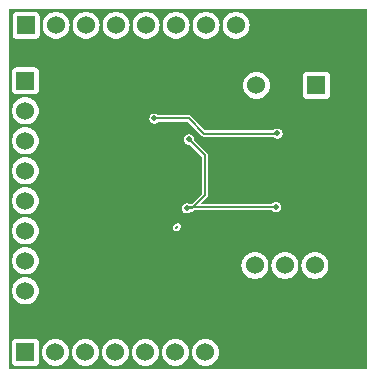
<source format=gbr>
G04 start of page 3 for group 1 idx 1 *
G04 Title: nRF51x22 Breakout, ground *
G04 Creator: pcb 1.99z *
G04 CreationDate: Mon 01 Apr 2013 04:47:08 PM GMT UTC *
G04 For: nock *
G04 Format: Gerber/RS-274X *
G04 PCB-Dimensions (mil): 1500.00 1200.00 *
G04 PCB-Coordinate-Origin: lower left *
%MOIN*%
%FSLAX25Y25*%
%LNBOTTOM*%
%ADD29C,0.0280*%
%ADD28C,0.0380*%
%ADD27C,0.0130*%
%ADD26C,0.0350*%
%ADD25C,0.0200*%
%ADD24C,0.0600*%
%ADD23C,0.0080*%
%ADD22C,0.0001*%
G54D22*G36*
X101993Y120000D02*X119500D01*
Y0D01*
X101993D01*
Y29987D01*
X102000Y29986D01*
X102706Y30042D01*
X103395Y30207D01*
X104049Y30478D01*
X104653Y30848D01*
X105192Y31308D01*
X105652Y31847D01*
X106022Y32451D01*
X106293Y33105D01*
X106458Y33794D01*
X106500Y34500D01*
X106458Y35206D01*
X106293Y35895D01*
X106022Y36549D01*
X105652Y37153D01*
X105192Y37692D01*
X104653Y38152D01*
X104049Y38522D01*
X103395Y38793D01*
X102706Y38958D01*
X102000Y39014D01*
X101993Y39013D01*
Y90006D01*
X105735Y90014D01*
X105965Y90069D01*
X106183Y90159D01*
X106384Y90283D01*
X106564Y90436D01*
X106717Y90616D01*
X106841Y90817D01*
X106931Y91035D01*
X106986Y91265D01*
X107000Y91500D01*
X106986Y97735D01*
X106931Y97965D01*
X106841Y98183D01*
X106717Y98384D01*
X106564Y98564D01*
X106384Y98717D01*
X106183Y98841D01*
X105965Y98931D01*
X105735Y98986D01*
X105500Y99000D01*
X101993Y98992D01*
Y120000D01*
G37*
G36*
X91993D02*X101993D01*
Y98992D01*
X99265Y98986D01*
X99035Y98931D01*
X98817Y98841D01*
X98616Y98717D01*
X98436Y98564D01*
X98283Y98384D01*
X98159Y98183D01*
X98069Y97965D01*
X98014Y97735D01*
X98000Y97500D01*
X98014Y91265D01*
X98069Y91035D01*
X98159Y90817D01*
X98283Y90616D01*
X98436Y90436D01*
X98616Y90283D01*
X98817Y90159D01*
X99035Y90069D01*
X99265Y90014D01*
X99500Y90000D01*
X101993Y90006D01*
Y39013D01*
X101294Y38958D01*
X100605Y38793D01*
X99951Y38522D01*
X99347Y38152D01*
X98808Y37692D01*
X98348Y37153D01*
X97978Y36549D01*
X97707Y35895D01*
X97542Y35206D01*
X97486Y34500D01*
X97542Y33794D01*
X97707Y33105D01*
X97978Y32451D01*
X98348Y31847D01*
X98808Y31308D01*
X99347Y30848D01*
X99951Y30478D01*
X100605Y30207D01*
X101294Y30042D01*
X101993Y29987D01*
Y0D01*
X91993D01*
Y29987D01*
X92000Y29986D01*
X92706Y30042D01*
X93395Y30207D01*
X94049Y30478D01*
X94653Y30848D01*
X95192Y31308D01*
X95652Y31847D01*
X96022Y32451D01*
X96293Y33105D01*
X96458Y33794D01*
X96500Y34500D01*
X96458Y35206D01*
X96293Y35895D01*
X96022Y36549D01*
X95652Y37153D01*
X95192Y37692D01*
X94653Y38152D01*
X94049Y38522D01*
X93395Y38793D01*
X92706Y38958D01*
X92000Y39014D01*
X91993Y39013D01*
Y120000D01*
G37*
G36*
X81993D02*X91993D01*
Y39013D01*
X91294Y38958D01*
X90605Y38793D01*
X89951Y38522D01*
X89347Y38152D01*
X88808Y37692D01*
X88348Y37153D01*
X87978Y36549D01*
X87707Y35895D01*
X87542Y35206D01*
X87486Y34500D01*
X87542Y33794D01*
X87707Y33105D01*
X87978Y32451D01*
X88348Y31847D01*
X88808Y31308D01*
X89347Y30848D01*
X89951Y30478D01*
X90605Y30207D01*
X91294Y30042D01*
X91993Y29987D01*
Y0D01*
X81993D01*
Y29987D01*
X82000Y29986D01*
X82706Y30042D01*
X83395Y30207D01*
X84049Y30478D01*
X84653Y30848D01*
X85192Y31308D01*
X85652Y31847D01*
X86022Y32451D01*
X86293Y33105D01*
X86458Y33794D01*
X86500Y34500D01*
X86458Y35206D01*
X86293Y35895D01*
X86022Y36549D01*
X85652Y37153D01*
X85192Y37692D01*
X84653Y38152D01*
X84049Y38522D01*
X83395Y38793D01*
X82706Y38958D01*
X82000Y39014D01*
X81993Y39013D01*
Y52900D01*
X87704D01*
X87794Y52794D01*
X87998Y52620D01*
X88226Y52481D01*
X88473Y52378D01*
X88733Y52316D01*
X89000Y52295D01*
X89267Y52316D01*
X89527Y52378D01*
X89774Y52481D01*
X90002Y52620D01*
X90206Y52794D01*
X90380Y52998D01*
X90519Y53226D01*
X90622Y53473D01*
X90684Y53733D01*
X90700Y54000D01*
X90684Y54267D01*
X90622Y54527D01*
X90519Y54774D01*
X90380Y55002D01*
X90206Y55206D01*
X90002Y55380D01*
X89774Y55519D01*
X89527Y55622D01*
X89267Y55684D01*
X89000Y55705D01*
X88733Y55684D01*
X88473Y55622D01*
X88226Y55519D01*
X87998Y55380D01*
X87794Y55206D01*
X87704Y55100D01*
X81993D01*
Y77392D01*
X88211D01*
X88294Y77294D01*
X88498Y77120D01*
X88726Y76981D01*
X88973Y76878D01*
X89233Y76816D01*
X89500Y76795D01*
X89767Y76816D01*
X90027Y76878D01*
X90274Y76981D01*
X90502Y77120D01*
X90706Y77294D01*
X90880Y77498D01*
X91019Y77726D01*
X91122Y77973D01*
X91184Y78233D01*
X91200Y78500D01*
X91184Y78767D01*
X91122Y79027D01*
X91019Y79274D01*
X90880Y79502D01*
X90706Y79706D01*
X90502Y79880D01*
X90274Y80019D01*
X90027Y80122D01*
X89767Y80184D01*
X89500Y80205D01*
X89233Y80184D01*
X88973Y80122D01*
X88726Y80019D01*
X88498Y79880D01*
X88294Y79706D01*
X88197Y79592D01*
X81993D01*
Y90026D01*
X82500Y89986D01*
X83206Y90042D01*
X83895Y90207D01*
X84549Y90478D01*
X85153Y90848D01*
X85692Y91308D01*
X86152Y91847D01*
X86522Y92451D01*
X86793Y93105D01*
X86958Y93794D01*
X87000Y94500D01*
X86958Y95206D01*
X86793Y95895D01*
X86522Y96549D01*
X86152Y97153D01*
X85692Y97692D01*
X85153Y98152D01*
X84549Y98522D01*
X83895Y98793D01*
X83206Y98958D01*
X82500Y99014D01*
X81993Y98974D01*
Y120000D01*
G37*
G36*
Y55100D02*X74119D01*
Y77392D01*
X81993D01*
Y55100D01*
G37*
G36*
Y0D02*X74119D01*
Y52900D01*
X81993D01*
Y39013D01*
X81294Y38958D01*
X80605Y38793D01*
X79951Y38522D01*
X79347Y38152D01*
X78808Y37692D01*
X78348Y37153D01*
X77978Y36549D01*
X77707Y35895D01*
X77542Y35206D01*
X77486Y34500D01*
X77542Y33794D01*
X77707Y33105D01*
X77978Y32451D01*
X78348Y31847D01*
X78808Y31308D01*
X79347Y30848D01*
X79951Y30478D01*
X80605Y30207D01*
X81294Y30042D01*
X81993Y29987D01*
Y0D01*
G37*
G36*
X74119Y120000D02*X81993D01*
Y98974D01*
X81794Y98958D01*
X81105Y98793D01*
X80451Y98522D01*
X79847Y98152D01*
X79308Y97692D01*
X78848Y97153D01*
X78478Y96549D01*
X78207Y95895D01*
X78042Y95206D01*
X77986Y94500D01*
X78042Y93794D01*
X78207Y93105D01*
X78478Y92451D01*
X78848Y91847D01*
X79308Y91308D01*
X79847Y90848D01*
X80451Y90478D01*
X81105Y90207D01*
X81794Y90042D01*
X81993Y90026D01*
Y79592D01*
X74119D01*
Y110308D01*
X74302Y110232D01*
X74991Y110067D01*
X75697Y110011D01*
X76403Y110067D01*
X77092Y110232D01*
X77746Y110503D01*
X78350Y110873D01*
X78889Y111333D01*
X79349Y111872D01*
X79719Y112476D01*
X79990Y113130D01*
X80155Y113819D01*
X80197Y114525D01*
X80155Y115231D01*
X79990Y115920D01*
X79719Y116574D01*
X79349Y117178D01*
X78889Y117717D01*
X78350Y118177D01*
X77746Y118547D01*
X77092Y118818D01*
X76403Y118984D01*
X75697Y119039D01*
X74991Y118984D01*
X74302Y118818D01*
X74119Y118742D01*
Y120000D01*
G37*
G36*
X65493Y52900D02*X74119D01*
Y0D01*
X65493D01*
Y987D01*
X65500Y986D01*
X66206Y1042D01*
X66894Y1207D01*
X67549Y1478D01*
X68153Y1848D01*
X68691Y2308D01*
X69151Y2847D01*
X69522Y3451D01*
X69793Y4105D01*
X69958Y4794D01*
X70000Y5500D01*
X69958Y6206D01*
X69793Y6895D01*
X69522Y7549D01*
X69151Y8153D01*
X68691Y8692D01*
X68153Y9152D01*
X67549Y9522D01*
X66894Y9793D01*
X66206Y9958D01*
X65500Y10014D01*
X65493Y10013D01*
Y52900D01*
G37*
G36*
Y77392D02*X74119D01*
Y55100D01*
X65493D01*
Y56606D01*
X66078Y57192D01*
X66111Y57220D01*
X66223Y57351D01*
X66223Y57351D01*
X66314Y57499D01*
X66380Y57659D01*
X66421Y57827D01*
X66434Y58000D01*
X66431Y58043D01*
Y71126D01*
X66434Y71169D01*
X66421Y71342D01*
X66380Y71510D01*
X66333Y71623D01*
X66314Y71670D01*
X66279Y71726D01*
X66223Y71818D01*
X66111Y71950D01*
X66078Y71978D01*
X65493Y72563D01*
Y77392D01*
G37*
G36*
Y55100D02*X63986D01*
X65493Y56606D01*
Y55100D01*
G37*
G36*
X55493Y82400D02*X59544D01*
X64200Y77745D01*
X64228Y77712D01*
X64359Y77599D01*
X64507Y77509D01*
X64667Y77443D01*
X64835Y77402D01*
X64835D01*
X65008Y77389D01*
X65051Y77392D01*
X65493D01*
Y72563D01*
X61692Y76364D01*
X61700Y76500D01*
X61684Y76767D01*
X61622Y77027D01*
X61519Y77274D01*
X61380Y77502D01*
X61206Y77706D01*
X61002Y77880D01*
X60774Y78019D01*
X60527Y78122D01*
X60267Y78184D01*
X60000Y78205D01*
X59733Y78184D01*
X59473Y78122D01*
X59226Y78019D01*
X58998Y77880D01*
X58794Y77706D01*
X58620Y77502D01*
X58481Y77274D01*
X58378Y77027D01*
X58316Y76767D01*
X58295Y76500D01*
X58316Y76233D01*
X58378Y75973D01*
X58481Y75726D01*
X58620Y75498D01*
X58794Y75294D01*
X58998Y75120D01*
X59226Y74981D01*
X59473Y74878D01*
X59733Y74816D01*
X60000Y74795D01*
X60139Y74806D01*
X64231Y70714D01*
Y58456D01*
X60875Y55100D01*
X59908D01*
X59769Y55157D01*
X59509Y55220D01*
X59243Y55241D01*
X58976Y55220D01*
X58716Y55157D01*
X58468Y55055D01*
X58240Y54915D01*
X58037Y54741D01*
X57863Y54538D01*
X57723Y54310D01*
X57621Y54062D01*
X57558Y53802D01*
X57537Y53535D01*
X57558Y53269D01*
X57621Y53008D01*
X57723Y52761D01*
X57863Y52533D01*
X58037Y52330D01*
X58240Y52156D01*
X58468Y52016D01*
X58716Y51914D01*
X58976Y51851D01*
X59243Y51830D01*
X59509Y51851D01*
X59769Y51914D01*
X60017Y52016D01*
X60245Y52156D01*
X60448Y52330D01*
X60539Y52435D01*
X60823D01*
X60866Y52432D01*
X61039Y52446D01*
X61039Y52446D01*
X61207Y52486D01*
X61367Y52552D01*
X61515Y52643D01*
X61646Y52755D01*
X61674Y52788D01*
X61786Y52900D01*
X65493D01*
Y10013D01*
X64793Y9958D01*
X64105Y9793D01*
X63450Y9522D01*
X62846Y9152D01*
X62308Y8692D01*
X61848Y8153D01*
X61478Y7549D01*
X61207Y6895D01*
X61041Y6206D01*
X60986Y5500D01*
X61041Y4794D01*
X61207Y4105D01*
X61478Y3451D01*
X61848Y2847D01*
X62308Y2308D01*
X62846Y1848D01*
X63450Y1478D01*
X64105Y1207D01*
X64793Y1042D01*
X65493Y987D01*
Y0D01*
X55493D01*
Y987D01*
X55500Y986D01*
X56206Y1042D01*
X56895Y1207D01*
X57549Y1478D01*
X58153Y1848D01*
X58692Y2308D01*
X59152Y2847D01*
X59522Y3451D01*
X59793Y4105D01*
X59958Y4794D01*
X60000Y5500D01*
X59958Y6206D01*
X59793Y6895D01*
X59522Y7549D01*
X59152Y8153D01*
X58692Y8692D01*
X58153Y9152D01*
X57549Y9522D01*
X56895Y9793D01*
X56206Y9958D01*
X55500Y10014D01*
X55493Y10013D01*
Y45964D01*
X55570Y45946D01*
X55743Y45932D01*
X55915Y45946D01*
X56083Y45986D01*
X56243Y46052D01*
X56391Y46143D01*
X56520Y46258D01*
X56985Y46722D01*
X57100Y46851D01*
X57190Y46999D01*
X57256Y47159D01*
X57297Y47327D01*
X57310Y47500D01*
X57297Y47673D01*
X57256Y47841D01*
X57190Y48001D01*
X57100Y48149D01*
X56987Y48280D01*
X56856Y48393D01*
X56708Y48483D01*
X56548Y48549D01*
X56380Y48590D01*
X56207Y48603D01*
X56034Y48590D01*
X55866Y48549D01*
X55706Y48483D01*
X55559Y48393D01*
X55493Y48334D01*
Y82400D01*
G37*
G36*
X65690Y120000D02*X74119D01*
Y118742D01*
X73648Y118547D01*
X73044Y118177D01*
X72505Y117717D01*
X72045Y117178D01*
X71675Y116574D01*
X71404Y115920D01*
X71239Y115231D01*
X71183Y114525D01*
X71239Y113819D01*
X71404Y113130D01*
X71675Y112476D01*
X72045Y111872D01*
X72505Y111333D01*
X73044Y110873D01*
X73648Y110503D01*
X74119Y110308D01*
Y79592D01*
X65690D01*
Y110012D01*
X65697Y110011D01*
X66403Y110067D01*
X67092Y110232D01*
X67746Y110503D01*
X68350Y110873D01*
X68889Y111333D01*
X69349Y111872D01*
X69719Y112476D01*
X69990Y113130D01*
X70155Y113819D01*
X70197Y114525D01*
X70155Y115231D01*
X69990Y115920D01*
X69719Y116574D01*
X69349Y117178D01*
X68889Y117717D01*
X68350Y118177D01*
X67746Y118547D01*
X67092Y118818D01*
X66403Y118984D01*
X65697Y119039D01*
X65690Y119039D01*
Y120000D01*
G37*
G36*
X55493D02*X65690D01*
Y119039D01*
X64991Y118984D01*
X64302Y118818D01*
X63648Y118547D01*
X63044Y118177D01*
X62505Y117717D01*
X62045Y117178D01*
X61675Y116574D01*
X61404Y115920D01*
X61239Y115231D01*
X61183Y114525D01*
X61239Y113819D01*
X61404Y113130D01*
X61675Y112476D01*
X62045Y111872D01*
X62505Y111333D01*
X63044Y110873D01*
X63648Y110503D01*
X64302Y110232D01*
X64991Y110067D01*
X65690Y110012D01*
Y79592D01*
X65464D01*
X60808Y84247D01*
X60780Y84280D01*
X60649Y84393D01*
X60501Y84483D01*
X60341Y84549D01*
X60173Y84590D01*
X60172Y84590D01*
X60000Y84603D01*
X59957Y84600D01*
X55493D01*
Y110027D01*
X55697Y110011D01*
X56403Y110067D01*
X57092Y110232D01*
X57746Y110503D01*
X58350Y110873D01*
X58889Y111333D01*
X59349Y111872D01*
X59719Y112476D01*
X59990Y113130D01*
X60155Y113819D01*
X60197Y114525D01*
X60155Y115231D01*
X59990Y115920D01*
X59719Y116574D01*
X59349Y117178D01*
X58889Y117717D01*
X58350Y118177D01*
X57746Y118547D01*
X57092Y118818D01*
X56403Y118984D01*
X55697Y119039D01*
X55493Y119023D01*
Y120000D01*
G37*
G36*
X45493D02*X55493D01*
Y119023D01*
X54991Y118984D01*
X54302Y118818D01*
X53648Y118547D01*
X53044Y118177D01*
X52505Y117717D01*
X52045Y117178D01*
X51675Y116574D01*
X51404Y115920D01*
X51239Y115231D01*
X51183Y114525D01*
X51239Y113819D01*
X51404Y113130D01*
X51675Y112476D01*
X52045Y111872D01*
X52505Y111333D01*
X53044Y110873D01*
X53648Y110503D01*
X54302Y110232D01*
X54991Y110067D01*
X55493Y110027D01*
Y84600D01*
X49796D01*
X49706Y84706D01*
X49502Y84880D01*
X49274Y85019D01*
X49027Y85122D01*
X48767Y85184D01*
X48500Y85205D01*
X48233Y85184D01*
X47973Y85122D01*
X47726Y85019D01*
X47498Y84880D01*
X47294Y84706D01*
X47120Y84502D01*
X46981Y84274D01*
X46878Y84027D01*
X46816Y83767D01*
X46795Y83500D01*
X46816Y83233D01*
X46878Y82973D01*
X46981Y82726D01*
X47120Y82498D01*
X47294Y82294D01*
X47498Y82120D01*
X47726Y81981D01*
X47973Y81878D01*
X48233Y81816D01*
X48500Y81795D01*
X48767Y81816D01*
X49027Y81878D01*
X49274Y81981D01*
X49502Y82120D01*
X49706Y82294D01*
X49796Y82400D01*
X55493D01*
Y48334D01*
X55429Y48278D01*
X54965Y47813D01*
X54850Y47684D01*
X54759Y47536D01*
X54693Y47376D01*
X54653Y47208D01*
X54639Y47035D01*
X54653Y46863D01*
X54693Y46694D01*
X54759Y46535D01*
X54850Y46387D01*
X54962Y46255D01*
X55094Y46143D01*
X55242Y46052D01*
X55402Y45986D01*
X55493Y45964D01*
Y10013D01*
X54794Y9958D01*
X54105Y9793D01*
X53451Y9522D01*
X52847Y9152D01*
X52308Y8692D01*
X51848Y8153D01*
X51478Y7549D01*
X51207Y6895D01*
X51042Y6206D01*
X50986Y5500D01*
X51042Y4794D01*
X51207Y4105D01*
X51478Y3451D01*
X51848Y2847D01*
X52308Y2308D01*
X52847Y1848D01*
X53451Y1478D01*
X54105Y1207D01*
X54794Y1042D01*
X55493Y987D01*
Y0D01*
X45493D01*
Y987D01*
X45500Y986D01*
X46206Y1042D01*
X46894Y1207D01*
X47549Y1478D01*
X48153Y1848D01*
X48691Y2308D01*
X49151Y2847D01*
X49522Y3451D01*
X49793Y4105D01*
X49958Y4794D01*
X50000Y5500D01*
X49958Y6206D01*
X49793Y6895D01*
X49522Y7549D01*
X49151Y8153D01*
X48691Y8692D01*
X48153Y9152D01*
X47549Y9522D01*
X46894Y9793D01*
X46206Y9958D01*
X45500Y10014D01*
X45493Y10013D01*
Y110027D01*
X45697Y110011D01*
X46403Y110067D01*
X47092Y110232D01*
X47746Y110503D01*
X48350Y110873D01*
X48889Y111333D01*
X49349Y111872D01*
X49719Y112476D01*
X49990Y113130D01*
X50155Y113819D01*
X50197Y114525D01*
X50155Y115231D01*
X49990Y115920D01*
X49719Y116574D01*
X49349Y117178D01*
X48889Y117717D01*
X48350Y118177D01*
X47746Y118547D01*
X47092Y118818D01*
X46403Y118984D01*
X45697Y119039D01*
X45493Y119023D01*
Y120000D01*
G37*
G36*
X35493D02*X45493D01*
Y119023D01*
X44991Y118984D01*
X44302Y118818D01*
X43648Y118547D01*
X43044Y118177D01*
X42505Y117717D01*
X42045Y117178D01*
X41675Y116574D01*
X41404Y115920D01*
X41239Y115231D01*
X41183Y114525D01*
X41239Y113819D01*
X41404Y113130D01*
X41675Y112476D01*
X42045Y111872D01*
X42505Y111333D01*
X43044Y110873D01*
X43648Y110503D01*
X44302Y110232D01*
X44991Y110067D01*
X45493Y110027D01*
Y10013D01*
X44793Y9958D01*
X44105Y9793D01*
X43450Y9522D01*
X42846Y9152D01*
X42308Y8692D01*
X41848Y8153D01*
X41478Y7549D01*
X41207Y6895D01*
X41041Y6206D01*
X40986Y5500D01*
X41041Y4794D01*
X41207Y4105D01*
X41478Y3451D01*
X41848Y2847D01*
X42308Y2308D01*
X42846Y1848D01*
X43450Y1478D01*
X44105Y1207D01*
X44793Y1042D01*
X45493Y987D01*
Y0D01*
X35493D01*
Y987D01*
X35500Y986D01*
X36206Y1042D01*
X36895Y1207D01*
X37549Y1478D01*
X38153Y1848D01*
X38692Y2308D01*
X39152Y2847D01*
X39522Y3451D01*
X39793Y4105D01*
X39958Y4794D01*
X40000Y5500D01*
X39958Y6206D01*
X39793Y6895D01*
X39522Y7549D01*
X39152Y8153D01*
X38692Y8692D01*
X38153Y9152D01*
X37549Y9522D01*
X36895Y9793D01*
X36206Y9958D01*
X35500Y10014D01*
X35493Y10013D01*
Y110027D01*
X35697Y110011D01*
X36403Y110067D01*
X37092Y110232D01*
X37746Y110503D01*
X38350Y110873D01*
X38889Y111333D01*
X39349Y111872D01*
X39719Y112476D01*
X39990Y113130D01*
X40155Y113819D01*
X40197Y114525D01*
X40155Y115231D01*
X39990Y115920D01*
X39719Y116574D01*
X39349Y117178D01*
X38889Y117717D01*
X38350Y118177D01*
X37746Y118547D01*
X37092Y118818D01*
X36403Y118984D01*
X35697Y119039D01*
X35493Y119023D01*
Y120000D01*
G37*
G36*
X25493D02*X35493D01*
Y119023D01*
X34991Y118984D01*
X34302Y118818D01*
X33648Y118547D01*
X33044Y118177D01*
X32505Y117717D01*
X32045Y117178D01*
X31675Y116574D01*
X31404Y115920D01*
X31239Y115231D01*
X31183Y114525D01*
X31239Y113819D01*
X31404Y113130D01*
X31675Y112476D01*
X32045Y111872D01*
X32505Y111333D01*
X33044Y110873D01*
X33648Y110503D01*
X34302Y110232D01*
X34991Y110067D01*
X35493Y110027D01*
Y10013D01*
X34794Y9958D01*
X34105Y9793D01*
X33451Y9522D01*
X32847Y9152D01*
X32308Y8692D01*
X31848Y8153D01*
X31478Y7549D01*
X31207Y6895D01*
X31042Y6206D01*
X30986Y5500D01*
X31042Y4794D01*
X31207Y4105D01*
X31478Y3451D01*
X31848Y2847D01*
X32308Y2308D01*
X32847Y1848D01*
X33451Y1478D01*
X34105Y1207D01*
X34794Y1042D01*
X35493Y987D01*
Y0D01*
X25493D01*
Y987D01*
X25500Y986D01*
X26206Y1042D01*
X26894Y1207D01*
X27549Y1478D01*
X28153Y1848D01*
X28691Y2308D01*
X29151Y2847D01*
X29522Y3451D01*
X29793Y4105D01*
X29958Y4794D01*
X30000Y5500D01*
X29958Y6206D01*
X29793Y6895D01*
X29522Y7549D01*
X29151Y8153D01*
X28691Y8692D01*
X28153Y9152D01*
X27549Y9522D01*
X26894Y9793D01*
X26206Y9958D01*
X25500Y10014D01*
X25493Y10013D01*
Y110027D01*
X25697Y110011D01*
X26403Y110067D01*
X27092Y110232D01*
X27746Y110503D01*
X28350Y110873D01*
X28889Y111333D01*
X29349Y111872D01*
X29719Y112476D01*
X29990Y113130D01*
X30155Y113819D01*
X30197Y114525D01*
X30155Y115231D01*
X29990Y115920D01*
X29719Y116574D01*
X29349Y117178D01*
X28889Y117717D01*
X28350Y118177D01*
X27746Y118547D01*
X27092Y118818D01*
X26403Y118984D01*
X25697Y119039D01*
X25493Y119023D01*
Y120000D01*
G37*
G36*
X15493D02*X25493D01*
Y119023D01*
X24991Y118984D01*
X24302Y118818D01*
X23648Y118547D01*
X23044Y118177D01*
X22505Y117717D01*
X22045Y117178D01*
X21675Y116574D01*
X21404Y115920D01*
X21239Y115231D01*
X21183Y114525D01*
X21239Y113819D01*
X21404Y113130D01*
X21675Y112476D01*
X22045Y111872D01*
X22505Y111333D01*
X23044Y110873D01*
X23648Y110503D01*
X24302Y110232D01*
X24991Y110067D01*
X25493Y110027D01*
Y10013D01*
X24793Y9958D01*
X24105Y9793D01*
X23450Y9522D01*
X22846Y9152D01*
X22308Y8692D01*
X21848Y8153D01*
X21478Y7549D01*
X21207Y6895D01*
X21041Y6206D01*
X20986Y5500D01*
X21041Y4794D01*
X21207Y4105D01*
X21478Y3451D01*
X21848Y2847D01*
X22308Y2308D01*
X22846Y1848D01*
X23450Y1478D01*
X24105Y1207D01*
X24793Y1042D01*
X25493Y987D01*
Y0D01*
X15493D01*
Y987D01*
X15500Y986D01*
X16206Y1042D01*
X16895Y1207D01*
X17549Y1478D01*
X18153Y1848D01*
X18692Y2308D01*
X19152Y2847D01*
X19522Y3451D01*
X19793Y4105D01*
X19958Y4794D01*
X20000Y5500D01*
X19958Y6206D01*
X19793Y6895D01*
X19522Y7549D01*
X19152Y8153D01*
X18692Y8692D01*
X18153Y9152D01*
X17549Y9522D01*
X16895Y9793D01*
X16206Y9958D01*
X15500Y10014D01*
X15493Y10013D01*
Y110027D01*
X15697Y110011D01*
X16403Y110067D01*
X17092Y110232D01*
X17746Y110503D01*
X18350Y110873D01*
X18889Y111333D01*
X19349Y111872D01*
X19719Y112476D01*
X19990Y113130D01*
X20155Y113819D01*
X20197Y114525D01*
X20155Y115231D01*
X19990Y115920D01*
X19719Y116574D01*
X19349Y117178D01*
X18889Y117717D01*
X18350Y118177D01*
X17746Y118547D01*
X17092Y118818D01*
X16403Y118984D01*
X15697Y119039D01*
X15493Y119023D01*
Y120000D01*
G37*
G36*
X5465D02*X15493D01*
Y119023D01*
X14991Y118984D01*
X14302Y118818D01*
X13648Y118547D01*
X13044Y118177D01*
X12505Y117717D01*
X12045Y117178D01*
X11675Y116574D01*
X11404Y115920D01*
X11239Y115231D01*
X11183Y114525D01*
X11239Y113819D01*
X11404Y113130D01*
X11675Y112476D01*
X12045Y111872D01*
X12505Y111333D01*
X13044Y110873D01*
X13648Y110503D01*
X14302Y110232D01*
X14991Y110067D01*
X15493Y110027D01*
Y10013D01*
X14794Y9958D01*
X14105Y9793D01*
X13451Y9522D01*
X12847Y9152D01*
X12308Y8692D01*
X11848Y8153D01*
X11478Y7549D01*
X11207Y6895D01*
X11042Y6206D01*
X10986Y5500D01*
X11042Y4794D01*
X11207Y4105D01*
X11478Y3451D01*
X11848Y2847D01*
X12308Y2308D01*
X12847Y1848D01*
X13451Y1478D01*
X14105Y1207D01*
X14794Y1042D01*
X15493Y987D01*
Y0D01*
X5465D01*
Y1007D01*
X8735Y1014D01*
X8965Y1069D01*
X9183Y1159D01*
X9384Y1283D01*
X9564Y1436D01*
X9717Y1616D01*
X9840Y1817D01*
X9931Y2035D01*
X9986Y2265D01*
X10000Y2500D01*
X9986Y8735D01*
X9931Y8965D01*
X9840Y9183D01*
X9717Y9384D01*
X9564Y9564D01*
X9384Y9717D01*
X9183Y9841D01*
X8965Y9931D01*
X8735Y9986D01*
X8500Y10000D01*
X5465Y9993D01*
Y21542D01*
X6171Y21598D01*
X6859Y21763D01*
X7514Y22034D01*
X8118Y22404D01*
X8656Y22864D01*
X9116Y23403D01*
X9486Y24007D01*
X9758Y24661D01*
X9923Y25350D01*
X9965Y26056D01*
X9923Y26762D01*
X9758Y27451D01*
X9486Y28105D01*
X9116Y28709D01*
X8656Y29248D01*
X8118Y29708D01*
X7514Y30078D01*
X6859Y30349D01*
X6171Y30514D01*
X5465Y30570D01*
Y31542D01*
X6171Y31598D01*
X6859Y31763D01*
X7514Y32034D01*
X8118Y32404D01*
X8656Y32865D01*
X9116Y33403D01*
X9486Y34007D01*
X9758Y34661D01*
X9923Y35350D01*
X9965Y36056D01*
X9923Y36762D01*
X9758Y37451D01*
X9486Y38106D01*
X9116Y38709D01*
X8656Y39248D01*
X8118Y39708D01*
X7514Y40078D01*
X6859Y40349D01*
X6171Y40515D01*
X5465Y40570D01*
Y41542D01*
X6171Y41598D01*
X6859Y41763D01*
X7514Y42034D01*
X8118Y42404D01*
X8656Y42864D01*
X9116Y43403D01*
X9486Y44007D01*
X9758Y44661D01*
X9923Y45350D01*
X9965Y46056D01*
X9923Y46762D01*
X9758Y47451D01*
X9486Y48105D01*
X9116Y48709D01*
X8656Y49248D01*
X8118Y49708D01*
X7514Y50078D01*
X6859Y50349D01*
X6171Y50514D01*
X5465Y50570D01*
Y51542D01*
X6171Y51598D01*
X6859Y51763D01*
X7514Y52034D01*
X8118Y52404D01*
X8656Y52865D01*
X9116Y53403D01*
X9486Y54007D01*
X9758Y54661D01*
X9923Y55350D01*
X9965Y56056D01*
X9923Y56762D01*
X9758Y57451D01*
X9486Y58106D01*
X9116Y58709D01*
X8656Y59248D01*
X8118Y59708D01*
X7514Y60078D01*
X6859Y60349D01*
X6171Y60515D01*
X5465Y60570D01*
Y61542D01*
X6171Y61598D01*
X6859Y61763D01*
X7514Y62034D01*
X8118Y62404D01*
X8656Y62864D01*
X9116Y63403D01*
X9486Y64007D01*
X9758Y64661D01*
X9923Y65350D01*
X9965Y66056D01*
X9923Y66762D01*
X9758Y67451D01*
X9486Y68105D01*
X9116Y68709D01*
X8656Y69248D01*
X8118Y69708D01*
X7514Y70078D01*
X6859Y70349D01*
X6171Y70514D01*
X5465Y70570D01*
Y71542D01*
X6171Y71598D01*
X6859Y71763D01*
X7514Y72034D01*
X8118Y72404D01*
X8656Y72865D01*
X9116Y73403D01*
X9486Y74007D01*
X9758Y74661D01*
X9923Y75350D01*
X9965Y76056D01*
X9923Y76762D01*
X9758Y77451D01*
X9486Y78106D01*
X9116Y78709D01*
X8656Y79248D01*
X8118Y79708D01*
X7514Y80078D01*
X6859Y80349D01*
X6171Y80515D01*
X5465Y80570D01*
Y81542D01*
X6171Y81598D01*
X6859Y81763D01*
X7514Y82034D01*
X8118Y82404D01*
X8656Y82864D01*
X9116Y83403D01*
X9486Y84007D01*
X9758Y84661D01*
X9923Y85350D01*
X9965Y86056D01*
X9923Y86762D01*
X9758Y87451D01*
X9486Y88105D01*
X9116Y88709D01*
X8656Y89248D01*
X8118Y89708D01*
X7514Y90078D01*
X6859Y90349D01*
X6171Y90514D01*
X5465Y90570D01*
Y91563D01*
X8700Y91570D01*
X8930Y91625D01*
X9148Y91716D01*
X9349Y91839D01*
X9528Y91992D01*
X9682Y92172D01*
X9805Y92373D01*
X9896Y92591D01*
X9951Y92821D01*
X9965Y93056D01*
X9951Y99292D01*
X9896Y99521D01*
X9805Y99739D01*
X9682Y99941D01*
X9528Y100120D01*
X9349Y100274D01*
X9148Y100397D01*
X8930Y100487D01*
X8700Y100542D01*
X8465Y100556D01*
X5465Y100550D01*
Y110031D01*
X8932Y110039D01*
X9162Y110094D01*
X9380Y110185D01*
X9581Y110308D01*
X9761Y110461D01*
X9914Y110641D01*
X10037Y110842D01*
X10128Y111060D01*
X10183Y111290D01*
X10197Y111525D01*
X10183Y117761D01*
X10128Y117990D01*
X10037Y118208D01*
X9914Y118410D01*
X9761Y118589D01*
X9581Y118742D01*
X9380Y118866D01*
X9162Y118956D01*
X8932Y119011D01*
X8697Y119025D01*
X5465Y119018D01*
Y120000D01*
G37*
G36*
X0D02*X5465D01*
Y119018D01*
X2461Y119011D01*
X2232Y118956D01*
X2014Y118866D01*
X1812Y118742D01*
X1633Y118589D01*
X1480Y118410D01*
X1356Y118208D01*
X1266Y117990D01*
X1211Y117761D01*
X1197Y117525D01*
X1211Y111290D01*
X1266Y111060D01*
X1356Y110842D01*
X1480Y110641D01*
X1633Y110461D01*
X1812Y110308D01*
X2014Y110185D01*
X2232Y110094D01*
X2461Y110039D01*
X2697Y110025D01*
X5465Y110031D01*
Y100550D01*
X2229Y100542D01*
X2000Y100487D01*
X1781Y100397D01*
X1580Y100274D01*
X1401Y100120D01*
X1247Y99941D01*
X1124Y99739D01*
X1034Y99521D01*
X978Y99292D01*
X965Y99056D01*
X978Y92821D01*
X1034Y92591D01*
X1124Y92373D01*
X1247Y92172D01*
X1401Y91992D01*
X1580Y91839D01*
X1781Y91716D01*
X2000Y91625D01*
X2229Y91570D01*
X2465Y91556D01*
X5465Y91563D01*
Y90570D01*
X4758Y90514D01*
X4070Y90349D01*
X3415Y90078D01*
X2811Y89708D01*
X2273Y89248D01*
X1813Y88709D01*
X1443Y88105D01*
X1172Y87451D01*
X1006Y86762D01*
X951Y86056D01*
X1006Y85350D01*
X1172Y84661D01*
X1443Y84007D01*
X1813Y83403D01*
X2273Y82864D01*
X2811Y82404D01*
X3415Y82034D01*
X4070Y81763D01*
X4758Y81598D01*
X5465Y81542D01*
Y80570D01*
X4758Y80515D01*
X4070Y80349D01*
X3415Y80078D01*
X2811Y79708D01*
X2273Y79248D01*
X1813Y78709D01*
X1443Y78106D01*
X1172Y77451D01*
X1006Y76762D01*
X951Y76056D01*
X1006Y75350D01*
X1172Y74661D01*
X1443Y74007D01*
X1813Y73403D01*
X2273Y72865D01*
X2811Y72404D01*
X3415Y72034D01*
X4070Y71763D01*
X4758Y71598D01*
X5465Y71542D01*
Y70570D01*
X4758Y70514D01*
X4070Y70349D01*
X3415Y70078D01*
X2811Y69708D01*
X2273Y69248D01*
X1813Y68709D01*
X1443Y68105D01*
X1172Y67451D01*
X1006Y66762D01*
X951Y66056D01*
X1006Y65350D01*
X1172Y64661D01*
X1443Y64007D01*
X1813Y63403D01*
X2273Y62864D01*
X2811Y62404D01*
X3415Y62034D01*
X4070Y61763D01*
X4758Y61598D01*
X5465Y61542D01*
Y60570D01*
X4758Y60515D01*
X4070Y60349D01*
X3415Y60078D01*
X2811Y59708D01*
X2273Y59248D01*
X1813Y58709D01*
X1443Y58106D01*
X1172Y57451D01*
X1006Y56762D01*
X951Y56056D01*
X1006Y55350D01*
X1172Y54661D01*
X1443Y54007D01*
X1813Y53403D01*
X2273Y52865D01*
X2811Y52404D01*
X3415Y52034D01*
X4070Y51763D01*
X4758Y51598D01*
X5465Y51542D01*
Y50570D01*
X4758Y50514D01*
X4070Y50349D01*
X3415Y50078D01*
X2811Y49708D01*
X2273Y49248D01*
X1813Y48709D01*
X1443Y48105D01*
X1172Y47451D01*
X1006Y46762D01*
X951Y46056D01*
X1006Y45350D01*
X1172Y44661D01*
X1443Y44007D01*
X1813Y43403D01*
X2273Y42864D01*
X2811Y42404D01*
X3415Y42034D01*
X4070Y41763D01*
X4758Y41598D01*
X5465Y41542D01*
Y40570D01*
X4758Y40515D01*
X4070Y40349D01*
X3415Y40078D01*
X2811Y39708D01*
X2273Y39248D01*
X1813Y38709D01*
X1443Y38106D01*
X1172Y37451D01*
X1006Y36762D01*
X951Y36056D01*
X1006Y35350D01*
X1172Y34661D01*
X1443Y34007D01*
X1813Y33403D01*
X2273Y32865D01*
X2811Y32404D01*
X3415Y32034D01*
X4070Y31763D01*
X4758Y31598D01*
X5465Y31542D01*
Y30570D01*
X4758Y30514D01*
X4070Y30349D01*
X3415Y30078D01*
X2811Y29708D01*
X2273Y29248D01*
X1813Y28709D01*
X1443Y28105D01*
X1172Y27451D01*
X1006Y26762D01*
X951Y26056D01*
X1006Y25350D01*
X1172Y24661D01*
X1443Y24007D01*
X1813Y23403D01*
X2273Y22864D01*
X2811Y22404D01*
X3415Y22034D01*
X4070Y21763D01*
X4758Y21598D01*
X5465Y21542D01*
Y9993D01*
X2264Y9986D01*
X2035Y9931D01*
X1817Y9841D01*
X1615Y9717D01*
X1436Y9564D01*
X1282Y9384D01*
X1159Y9183D01*
X1069Y8965D01*
X1014Y8735D01*
X1000Y8500D01*
X1014Y2265D01*
X1069Y2035D01*
X1159Y1817D01*
X1282Y1616D01*
X1436Y1436D01*
X1615Y1283D01*
X1817Y1159D01*
X2035Y1069D01*
X2264Y1014D01*
X2500Y1000D01*
X5465Y1007D01*
Y0D01*
X0D01*
Y120000D01*
G37*
G54D23*X89508Y78492D02*X65008D01*
X60000Y83500D01*
X48500D01*
X56207Y47500D02*X55743Y47035D01*
X89000Y54000D02*X59707D01*
X59243Y53535D02*X60866D01*
X65331Y58000D01*
Y71169D01*
X60000Y76500D01*
G54D22*G36*
X2465Y99056D02*Y93056D01*
X8465D01*
Y99056D01*
X2465D01*
G37*
G54D24*X5465Y86056D03*
Y76056D03*
Y66056D03*
Y56056D03*
Y46056D03*
Y36056D03*
Y26056D03*
G54D22*G36*
X69000Y37500D02*Y31500D01*
X75000D01*
Y37500D01*
X69000D01*
G37*
G54D24*X82000Y34500D03*
X92000D03*
X102000D03*
G54D22*G36*
X2500Y8500D02*Y2500D01*
X8500D01*
Y8500D01*
X2500D01*
G37*
G54D24*X15500Y5500D03*
X25500D03*
X35500D03*
X45500D03*
X55500D03*
X65500D03*
X35697Y114525D03*
X45697D03*
X55697D03*
X65697D03*
G54D22*G36*
X2697Y117525D02*Y111525D01*
X8697D01*
Y117525D01*
X2697D01*
G37*
G54D24*X15697Y114525D03*
X25697D03*
X75697D03*
G54D22*G36*
X99500Y97500D02*Y91500D01*
X105500D01*
Y97500D01*
X99500D01*
G37*
G54D24*X82500Y94500D03*
X111118Y109382D03*
G54D25*X100059Y85000D03*
X114000Y68500D03*
X89500Y78500D03*
X76500Y102000D03*
X92500Y104000D03*
X84500Y69000D03*
Y73000D03*
X80000Y69000D03*
Y73000D03*
X61000Y50000D03*
X59243Y53535D03*
X50757Y45050D03*
X89000Y54000D03*
X109000Y48000D03*
X43000Y90000D03*
X60000Y76500D03*
X44000Y74500D03*
X48500Y83500D03*
X84500Y60000D03*
X80000D03*
X84500Y64500D03*
X80000D03*
X75500Y60000D03*
X71000D03*
X75500Y64500D03*
X71000D03*
X75500Y69000D03*
Y73000D03*
X71000Y69000D03*
Y73000D03*
G54D26*G54D27*G54D28*G54D29*M02*

</source>
